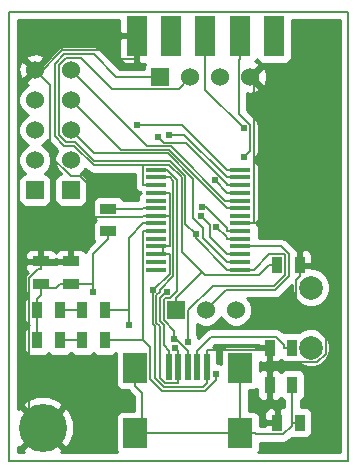
<source format=gtl>
G04 (created by PCBNEW (2013-07-07 BZR 4022)-stable) date 22/04/2014 18:46:14*
%MOIN*%
G04 Gerber Fmt 3.4, Leading zero omitted, Abs format*
%FSLAX34Y34*%
G01*
G70*
G90*
G04 APERTURE LIST*
%ADD10C,0.00590551*%
%ADD11R,0.0197X0.0906*%
%ADD12R,0.0787X0.0984*%
%ADD13R,0.0709X0.016*%
%ADD14R,0.035X0.055*%
%ADD15R,0.055X0.035*%
%ADD16C,0.0787402*%
%ADD17R,0.06X0.06*%
%ADD18C,0.06*%
%ADD19R,0.0669291X0.137795*%
%ADD20C,0.16*%
%ADD21C,0.024*%
%ADD22C,0.006*%
%ADD23C,0.01*%
G04 APERTURE END LIST*
G54D10*
X72755Y-45511D02*
X84055Y-45511D01*
X72755Y-60472D02*
X72755Y-45511D01*
X84055Y-60472D02*
X72755Y-60472D01*
X84055Y-45511D02*
X84055Y-60472D01*
G54D11*
X78070Y-57342D03*
X78385Y-57342D03*
X78700Y-57342D03*
X79015Y-57342D03*
X79330Y-57342D03*
G54D12*
X76948Y-57381D03*
X76948Y-59546D03*
X80452Y-57381D03*
X80452Y-59546D03*
G54D13*
X80457Y-54094D03*
X80457Y-53844D03*
X80457Y-53584D03*
X80457Y-53324D03*
X80457Y-53074D03*
X80457Y-52814D03*
X80457Y-52554D03*
X80457Y-52304D03*
X80457Y-52044D03*
X80457Y-51794D03*
X80457Y-51534D03*
X80457Y-51274D03*
X80457Y-51024D03*
X80457Y-50764D03*
X77657Y-50764D03*
X77657Y-51024D03*
X77657Y-51264D03*
X77657Y-51534D03*
X77657Y-51794D03*
X77657Y-52044D03*
X77657Y-52304D03*
X77657Y-52554D03*
X77657Y-52814D03*
X77657Y-53074D03*
X77657Y-53324D03*
X77657Y-53584D03*
X77657Y-53844D03*
X77657Y-54094D03*
G54D14*
X75932Y-55444D03*
X75182Y-55444D03*
G54D15*
X76057Y-52819D03*
X76057Y-52069D03*
G54D14*
X73682Y-55444D03*
X74432Y-55444D03*
X73682Y-56444D03*
X74432Y-56444D03*
X75932Y-56444D03*
X75182Y-56444D03*
X81682Y-59194D03*
X82432Y-59194D03*
X82182Y-57944D03*
X81432Y-57944D03*
X82182Y-56694D03*
X81432Y-56694D03*
X81682Y-53944D03*
X82432Y-53944D03*
G54D15*
X73807Y-54569D03*
X73807Y-53819D03*
X74807Y-54569D03*
X74807Y-53819D03*
G54D16*
X82807Y-54694D03*
X82807Y-56694D03*
G54D17*
X74807Y-51444D03*
G54D18*
X74807Y-50444D03*
X74807Y-49444D03*
X74807Y-48444D03*
X74807Y-47444D03*
G54D17*
X73607Y-51444D03*
G54D18*
X73607Y-50444D03*
X73607Y-49444D03*
X73607Y-48444D03*
X73607Y-47444D03*
G54D17*
X77791Y-47677D03*
G54D18*
X78791Y-47677D03*
X79791Y-47677D03*
X80791Y-47677D03*
G54D19*
X80433Y-46299D03*
X79291Y-46299D03*
X78149Y-46299D03*
X81574Y-46299D03*
X77007Y-46299D03*
G54D20*
X73858Y-59370D03*
G54D17*
X78307Y-55444D03*
G54D18*
X79307Y-55444D03*
X80307Y-55444D03*
G54D21*
X78083Y-49599D03*
X77001Y-49266D03*
X77704Y-49664D03*
X79604Y-51127D03*
X78250Y-56401D03*
X78290Y-56704D03*
X79160Y-52016D03*
X79147Y-52327D03*
X79657Y-52667D03*
X76725Y-55959D03*
X80568Y-50352D03*
X78960Y-52917D03*
X78721Y-56519D03*
X79638Y-57579D03*
X80568Y-49378D03*
X77534Y-54777D03*
X75557Y-54835D03*
X77999Y-54841D03*
G54D22*
X80457Y-51024D02*
X80012Y-51024D01*
X78586Y-49599D02*
X78083Y-49599D01*
X80012Y-51024D02*
X78586Y-49599D01*
X80457Y-50764D02*
X80012Y-50764D01*
X78513Y-49266D02*
X77001Y-49266D01*
X80012Y-50764D02*
X78513Y-49266D01*
X80457Y-51274D02*
X80012Y-51274D01*
X77906Y-49865D02*
X77704Y-49664D01*
X78641Y-49865D02*
X77906Y-49865D01*
X80012Y-51236D02*
X78641Y-49865D01*
X80012Y-51274D02*
X80012Y-51236D01*
X80457Y-51534D02*
X80012Y-51534D01*
X80012Y-51534D02*
X79604Y-51127D01*
X78700Y-57342D02*
X78700Y-56799D01*
X78302Y-56401D02*
X78700Y-56799D01*
X78250Y-56401D02*
X78302Y-56401D01*
X78250Y-56128D02*
X78250Y-56401D01*
X77896Y-55774D02*
X78250Y-56128D01*
X77896Y-55106D02*
X77896Y-55774D01*
X77950Y-55053D02*
X77896Y-55106D01*
X78111Y-55053D02*
X77950Y-55053D01*
X78343Y-54821D02*
X78111Y-55053D01*
X78343Y-51096D02*
X78343Y-54821D01*
X78011Y-50764D02*
X78343Y-51096D01*
X77657Y-50764D02*
X78011Y-50764D01*
X78385Y-57342D02*
X78385Y-57885D01*
X77657Y-51024D02*
X78101Y-51024D01*
X78385Y-57342D02*
X78385Y-56799D01*
X78290Y-56704D02*
X78385Y-56799D01*
X77933Y-57885D02*
X78385Y-57885D01*
X77772Y-57725D02*
X77933Y-57885D01*
X77772Y-55990D02*
X77772Y-57725D01*
X77656Y-55874D02*
X77772Y-55990D01*
X77656Y-54953D02*
X77656Y-55874D01*
X77772Y-54837D02*
X77656Y-54953D01*
X77772Y-54764D02*
X77772Y-54837D01*
X78223Y-54313D02*
X77772Y-54764D01*
X78223Y-51146D02*
X78223Y-54313D01*
X78101Y-51024D02*
X78223Y-51146D01*
X77348Y-49985D02*
X74807Y-47444D01*
X78139Y-49985D02*
X77348Y-49985D01*
X79948Y-51794D02*
X78139Y-49985D01*
X80457Y-51794D02*
X79948Y-51794D01*
X80457Y-52044D02*
X80012Y-52044D01*
X76468Y-50106D02*
X74807Y-48444D01*
X78089Y-50106D02*
X76468Y-50106D01*
X80012Y-52028D02*
X78089Y-50106D01*
X80012Y-52044D02*
X80012Y-52028D01*
X79216Y-53048D02*
X80012Y-53844D01*
X79216Y-52701D02*
X79216Y-53048D01*
X78878Y-52363D02*
X79216Y-52701D01*
X78878Y-51068D02*
X78878Y-52363D01*
X78036Y-50226D02*
X78878Y-51068D01*
X75588Y-50226D02*
X78036Y-50226D01*
X75588Y-50226D02*
X75588Y-50226D01*
X74807Y-49444D02*
X75588Y-50226D01*
X80457Y-53844D02*
X80012Y-53844D01*
X77657Y-51264D02*
X77212Y-51264D01*
X81682Y-53944D02*
X81416Y-53944D01*
X75559Y-50619D02*
X77212Y-50619D01*
X74904Y-49964D02*
X75559Y-50619D01*
X74585Y-49964D02*
X74904Y-49964D01*
X74281Y-49660D02*
X74585Y-49964D01*
X74281Y-47229D02*
X74281Y-49660D01*
X74584Y-46925D02*
X74281Y-47229D01*
X75558Y-46925D02*
X74584Y-46925D01*
X76309Y-47677D02*
X75558Y-46925D01*
X77791Y-47677D02*
X76309Y-47677D01*
X77212Y-50619D02*
X77212Y-51264D01*
X78307Y-55444D02*
X78307Y-55054D01*
X79169Y-54192D02*
X78307Y-55054D01*
X81074Y-54286D02*
X81416Y-53944D01*
X79264Y-54286D02*
X81074Y-54286D01*
X79169Y-54192D02*
X79264Y-54286D01*
X78495Y-53517D02*
X79169Y-54192D01*
X78495Y-51024D02*
X78495Y-53517D01*
X78065Y-50594D02*
X78495Y-51024D01*
X77236Y-50594D02*
X78065Y-50594D01*
X77212Y-50619D02*
X77236Y-50594D01*
X74432Y-55444D02*
X75182Y-55444D01*
X75182Y-56444D02*
X74432Y-56444D01*
X79485Y-56329D02*
X79015Y-56799D01*
X81651Y-56329D02*
X79485Y-56329D01*
X81916Y-56595D02*
X81651Y-56329D01*
X81916Y-56694D02*
X81916Y-56595D01*
X82182Y-56694D02*
X81916Y-56694D01*
X79015Y-57342D02*
X79015Y-56799D01*
X80694Y-59546D02*
X80936Y-59546D01*
X82182Y-57944D02*
X82182Y-59194D01*
X82432Y-59194D02*
X82182Y-59194D01*
X82182Y-59194D02*
X82166Y-59194D01*
X80694Y-59546D02*
X80573Y-59425D01*
X80452Y-59304D02*
X80452Y-57381D01*
X80573Y-59425D02*
X80452Y-59304D01*
X80573Y-59425D02*
X80452Y-59546D01*
X80452Y-59546D02*
X77432Y-59546D01*
X82166Y-59296D02*
X82166Y-59194D01*
X81882Y-59581D02*
X82166Y-59296D01*
X80971Y-59581D02*
X81882Y-59581D01*
X80936Y-59546D02*
X80971Y-59581D01*
X76948Y-59546D02*
X77190Y-59546D01*
X77190Y-59546D02*
X77432Y-59546D01*
X77190Y-58205D02*
X76948Y-57963D01*
X77190Y-59546D02*
X77190Y-58205D01*
X76948Y-57381D02*
X76948Y-57963D01*
X77657Y-52044D02*
X77212Y-52044D01*
X76057Y-52069D02*
X76422Y-52069D01*
X77187Y-52069D02*
X77212Y-52044D01*
X76422Y-52069D02*
X77187Y-52069D01*
X80457Y-52814D02*
X80012Y-52814D01*
X80012Y-52725D02*
X80012Y-52814D01*
X79303Y-52016D02*
X80012Y-52725D01*
X79160Y-52016D02*
X79303Y-52016D01*
X80457Y-53584D02*
X80012Y-53584D01*
X79438Y-52619D02*
X79147Y-52327D01*
X79438Y-53011D02*
X79438Y-52619D01*
X80012Y-53584D02*
X79438Y-53011D01*
X80012Y-53022D02*
X80012Y-53074D01*
X79657Y-52667D02*
X80012Y-53022D01*
X80457Y-53074D02*
X80012Y-53074D01*
X77657Y-52554D02*
X77212Y-52554D01*
X75932Y-55444D02*
X76725Y-55444D01*
X76725Y-53042D02*
X76725Y-55444D01*
X77212Y-52554D02*
X76725Y-53042D01*
X76725Y-55444D02*
X76725Y-55959D01*
X80433Y-46299D02*
X80433Y-47078D01*
X80781Y-50139D02*
X80568Y-50352D01*
X80781Y-49291D02*
X80781Y-50139D01*
X80397Y-48907D02*
X80781Y-49291D01*
X80397Y-47113D02*
X80397Y-48907D01*
X80433Y-47078D02*
X80397Y-47113D01*
X80457Y-54094D02*
X80901Y-54094D01*
X80457Y-54094D02*
X80012Y-54094D01*
X78960Y-53043D02*
X80012Y-54094D01*
X78960Y-52917D02*
X78960Y-53043D01*
X78721Y-55457D02*
X78721Y-56519D01*
X79546Y-54633D02*
X78721Y-55457D01*
X81590Y-54633D02*
X79546Y-54633D01*
X81947Y-54276D02*
X81590Y-54633D01*
X81947Y-53623D02*
X81947Y-54276D01*
X81903Y-53579D02*
X81947Y-53623D01*
X81416Y-53579D02*
X81903Y-53579D01*
X80901Y-54094D02*
X81416Y-53579D01*
X78618Y-52575D02*
X78960Y-52917D01*
X78618Y-50978D02*
X78618Y-52575D01*
X78106Y-50466D02*
X78618Y-50978D01*
X75576Y-50466D02*
X78106Y-50466D01*
X74948Y-49838D02*
X75576Y-50466D01*
X74633Y-49838D02*
X74948Y-49838D01*
X74408Y-49614D02*
X74633Y-49838D01*
X74408Y-47277D02*
X74408Y-49614D01*
X74638Y-47047D02*
X74408Y-47277D01*
X75145Y-47047D02*
X74638Y-47047D01*
X76165Y-48067D02*
X75145Y-47047D01*
X78401Y-48067D02*
X76165Y-48067D01*
X78791Y-47677D02*
X78401Y-48067D01*
X75932Y-56444D02*
X76197Y-56444D01*
X77657Y-52814D02*
X77212Y-52814D01*
X76197Y-56444D02*
X77212Y-56444D01*
X77212Y-52814D02*
X77212Y-56444D01*
X79638Y-57782D02*
X79638Y-57579D01*
X79281Y-58140D02*
X79638Y-57782D01*
X77830Y-58140D02*
X79281Y-58140D01*
X77439Y-57749D02*
X77830Y-58140D01*
X77439Y-56672D02*
X77439Y-57749D01*
X77212Y-56444D02*
X77439Y-56672D01*
X79291Y-48101D02*
X80568Y-49378D01*
X79291Y-46299D02*
X79291Y-48101D01*
X81682Y-59194D02*
X81682Y-58829D01*
X81432Y-57944D02*
X81432Y-57579D01*
X81432Y-58579D02*
X81682Y-58829D01*
X81432Y-57944D02*
X81432Y-58579D01*
X78101Y-51534D02*
X78101Y-52304D01*
X77657Y-51534D02*
X78101Y-51534D01*
X77657Y-52304D02*
X77212Y-52304D01*
X77657Y-52304D02*
X78071Y-52304D01*
X78071Y-52304D02*
X78101Y-52304D01*
X78101Y-52304D02*
X78101Y-53324D01*
X77879Y-53584D02*
X77879Y-53324D01*
X77657Y-53584D02*
X77879Y-53584D01*
X77879Y-53584D02*
X78101Y-53584D01*
X77657Y-53324D02*
X77879Y-53324D01*
X77879Y-53324D02*
X78101Y-53324D01*
X73707Y-54085D02*
X73807Y-54085D01*
X73416Y-54375D02*
X73707Y-54085D01*
X73416Y-58928D02*
X73416Y-54375D01*
X73858Y-59370D02*
X73416Y-58928D01*
X77007Y-46299D02*
X77007Y-47078D01*
X73736Y-47574D02*
X73607Y-47444D01*
X73807Y-53819D02*
X73807Y-53952D01*
X73807Y-53952D02*
X73807Y-54085D01*
X74309Y-53952D02*
X74441Y-53819D01*
X73807Y-53952D02*
X74309Y-53952D01*
X74807Y-53819D02*
X74441Y-53819D01*
X75433Y-52928D02*
X74807Y-53554D01*
X75433Y-52344D02*
X75433Y-52928D01*
X77172Y-52344D02*
X75433Y-52344D01*
X77212Y-52304D02*
X77172Y-52344D01*
X74113Y-47951D02*
X73736Y-47574D01*
X74113Y-50304D02*
X74113Y-47951D01*
X74796Y-50987D02*
X74113Y-50304D01*
X75094Y-50987D02*
X74796Y-50987D01*
X75433Y-51326D02*
X75094Y-50987D01*
X75433Y-52344D02*
X75433Y-51326D01*
X74807Y-53819D02*
X74807Y-53554D01*
X74524Y-46786D02*
X73736Y-47574D01*
X75833Y-46786D02*
X74524Y-46786D01*
X76015Y-46968D02*
X75833Y-46786D01*
X76127Y-46968D02*
X76015Y-46968D01*
X76237Y-47078D02*
X76127Y-46968D01*
X77007Y-47078D02*
X76237Y-47078D01*
X79330Y-57342D02*
X79330Y-57885D01*
X81432Y-56777D02*
X81432Y-57060D01*
X79353Y-56777D02*
X79330Y-56799D01*
X81432Y-56777D02*
X79353Y-56777D01*
X79330Y-57342D02*
X79330Y-56799D01*
X81432Y-56736D02*
X81432Y-56777D01*
X78101Y-54242D02*
X77550Y-54793D01*
X78101Y-53584D02*
X78101Y-54242D01*
X77550Y-54793D02*
X77534Y-54777D01*
X79197Y-58018D02*
X79330Y-57885D01*
X77895Y-58018D02*
X79197Y-58018D01*
X77595Y-57719D02*
X77895Y-58018D01*
X77595Y-55983D02*
X77595Y-57719D01*
X77536Y-55924D02*
X77595Y-55983D01*
X77536Y-54808D02*
X77536Y-55924D01*
X77550Y-54793D02*
X77536Y-54808D01*
X81432Y-56736D02*
X81432Y-56694D01*
X80901Y-47787D02*
X80901Y-52554D01*
X80791Y-47677D02*
X80901Y-47787D01*
X80457Y-52554D02*
X80901Y-52554D01*
X81407Y-52554D02*
X80901Y-52554D01*
X82432Y-53579D02*
X81407Y-52554D01*
X82432Y-53944D02*
X82432Y-53579D01*
X82432Y-53944D02*
X82432Y-54310D01*
X82309Y-54432D02*
X82432Y-54310D01*
X82309Y-55383D02*
X82309Y-54432D01*
X83302Y-56375D02*
X82309Y-55383D01*
X83302Y-56909D02*
X83302Y-56375D01*
X83021Y-57189D02*
X83302Y-56909D01*
X81432Y-57189D02*
X83021Y-57189D01*
X81432Y-57060D02*
X81432Y-57189D01*
X81432Y-57189D02*
X81432Y-57579D01*
X73682Y-56444D02*
X73682Y-55444D01*
X73807Y-54569D02*
X73807Y-54702D01*
X74309Y-54702D02*
X74441Y-54569D01*
X73807Y-54702D02*
X74309Y-54702D01*
X73807Y-54954D02*
X73682Y-55079D01*
X73807Y-54702D02*
X73807Y-54954D01*
X73682Y-55444D02*
X73682Y-55079D01*
X74624Y-54569D02*
X74441Y-54569D01*
X76057Y-52819D02*
X76057Y-53085D01*
X74624Y-54569D02*
X74807Y-54569D01*
X74807Y-54569D02*
X75557Y-54569D01*
X75557Y-53585D02*
X75557Y-54569D01*
X76057Y-53085D02*
X75557Y-53585D01*
X75557Y-54569D02*
X75557Y-54835D01*
X78070Y-57342D02*
X78070Y-56799D01*
X77896Y-56625D02*
X78070Y-56799D01*
X77896Y-55944D02*
X77896Y-56625D01*
X77776Y-55824D02*
X77896Y-55944D01*
X77776Y-55033D02*
X77776Y-55824D01*
X77968Y-54841D02*
X77776Y-55033D01*
X77999Y-54841D02*
X77968Y-54841D01*
X81818Y-53324D02*
X80457Y-53324D01*
X82067Y-53574D02*
X81818Y-53324D01*
X82067Y-54325D02*
X82067Y-53574D01*
X81622Y-54770D02*
X82067Y-54325D01*
X79981Y-54770D02*
X81622Y-54770D01*
X79307Y-55444D02*
X79981Y-54770D01*
G54D10*
G36*
X77278Y-47238D02*
X77241Y-47327D01*
X77241Y-47397D01*
X76957Y-47397D01*
X76957Y-47175D01*
X76957Y-46349D01*
X76485Y-46349D01*
X76423Y-46411D01*
X76423Y-46938D01*
X76423Y-47038D01*
X76461Y-47129D01*
X76531Y-47200D01*
X76623Y-47238D01*
X76895Y-47238D01*
X76957Y-47175D01*
X76957Y-47397D01*
X76425Y-47397D01*
X75756Y-46727D01*
X75665Y-46667D01*
X75558Y-46645D01*
X74584Y-46645D01*
X74477Y-46667D01*
X74447Y-46687D01*
X74386Y-46727D01*
X74083Y-47031D01*
X74022Y-47122D01*
X74019Y-47137D01*
X73992Y-47129D01*
X73922Y-47200D01*
X73922Y-47058D01*
X73894Y-46963D01*
X73688Y-46890D01*
X73470Y-46901D01*
X73319Y-46963D01*
X73291Y-47058D01*
X73607Y-47374D01*
X73922Y-47058D01*
X73922Y-47200D01*
X73677Y-47444D01*
X73683Y-47450D01*
X73612Y-47521D01*
X73607Y-47515D01*
X73536Y-47586D01*
X73536Y-47444D01*
X73221Y-47129D01*
X73125Y-47157D01*
X73052Y-47363D01*
X73063Y-47581D01*
X73125Y-47732D01*
X73221Y-47760D01*
X73536Y-47444D01*
X73536Y-47586D01*
X73291Y-47830D01*
X73319Y-47926D01*
X73374Y-47945D01*
X73295Y-47978D01*
X73141Y-48132D01*
X73057Y-48335D01*
X73056Y-48553D01*
X73140Y-48756D01*
X73295Y-48910D01*
X73376Y-48944D01*
X73295Y-48978D01*
X73141Y-49132D01*
X73057Y-49335D01*
X73056Y-49553D01*
X73140Y-49756D01*
X73295Y-49910D01*
X73376Y-49944D01*
X73295Y-49978D01*
X73141Y-50132D01*
X73057Y-50335D01*
X73056Y-50553D01*
X73140Y-50756D01*
X73279Y-50894D01*
X73257Y-50894D01*
X73165Y-50932D01*
X73095Y-51003D01*
X73057Y-51094D01*
X73057Y-51194D01*
X73057Y-51794D01*
X73095Y-51886D01*
X73165Y-51956D01*
X73257Y-51994D01*
X73356Y-51994D01*
X73956Y-51994D01*
X74048Y-51956D01*
X74118Y-51886D01*
X74157Y-51794D01*
X74157Y-51695D01*
X74157Y-51095D01*
X74119Y-51003D01*
X74048Y-50933D01*
X73957Y-50894D01*
X73934Y-50894D01*
X74073Y-50756D01*
X74156Y-50554D01*
X74157Y-50335D01*
X74073Y-50133D01*
X73919Y-49978D01*
X73837Y-49944D01*
X73918Y-49911D01*
X74038Y-49791D01*
X74083Y-49858D01*
X74349Y-50124D01*
X74341Y-50132D01*
X74257Y-50335D01*
X74256Y-50553D01*
X74340Y-50756D01*
X74479Y-50894D01*
X74457Y-50894D01*
X74365Y-50932D01*
X74295Y-51003D01*
X74257Y-51094D01*
X74257Y-51194D01*
X74257Y-51794D01*
X74295Y-51886D01*
X74365Y-51956D01*
X74457Y-51994D01*
X74556Y-51994D01*
X75156Y-51994D01*
X75248Y-51956D01*
X75318Y-51886D01*
X75357Y-51794D01*
X75357Y-51695D01*
X75357Y-51095D01*
X75319Y-51003D01*
X75248Y-50933D01*
X75157Y-50894D01*
X75134Y-50894D01*
X75273Y-50756D01*
X75281Y-50737D01*
X75361Y-50817D01*
X75361Y-50817D01*
X75422Y-50857D01*
X75452Y-50877D01*
X75452Y-50877D01*
X75559Y-50899D01*
X76932Y-50899D01*
X76932Y-51264D01*
X76953Y-51372D01*
X77014Y-51462D01*
X77105Y-51523D01*
X77133Y-51529D01*
X77134Y-51529D01*
X77090Y-51573D01*
X77072Y-51617D01*
X77052Y-51637D01*
X77052Y-51664D01*
X77052Y-51664D01*
X77052Y-51664D01*
X77052Y-51764D01*
X77052Y-51789D01*
X76559Y-51789D01*
X76544Y-51753D01*
X76473Y-51683D01*
X76382Y-51644D01*
X76282Y-51644D01*
X75732Y-51644D01*
X75640Y-51682D01*
X75570Y-51753D01*
X75532Y-51844D01*
X75532Y-51944D01*
X75532Y-52294D01*
X75570Y-52386D01*
X75628Y-52444D01*
X75570Y-52503D01*
X75532Y-52594D01*
X75532Y-52694D01*
X75532Y-53044D01*
X75570Y-53136D01*
X75589Y-53156D01*
X75359Y-53387D01*
X75298Y-53477D01*
X75293Y-53502D01*
X75223Y-53433D01*
X75132Y-53394D01*
X75032Y-53394D01*
X74919Y-53394D01*
X74857Y-53457D01*
X74857Y-53769D01*
X74864Y-53769D01*
X74864Y-53869D01*
X74857Y-53869D01*
X74857Y-53877D01*
X74757Y-53877D01*
X74757Y-53869D01*
X74757Y-53769D01*
X74757Y-53457D01*
X74694Y-53394D01*
X74581Y-53394D01*
X74482Y-53394D01*
X74390Y-53433D01*
X74320Y-53503D01*
X74307Y-53534D01*
X74294Y-53503D01*
X74223Y-53433D01*
X74132Y-53394D01*
X74032Y-53394D01*
X73919Y-53394D01*
X73857Y-53457D01*
X73857Y-53769D01*
X74269Y-53769D01*
X74307Y-53732D01*
X74344Y-53769D01*
X74757Y-53769D01*
X74757Y-53869D01*
X74344Y-53869D01*
X74307Y-53907D01*
X74269Y-53869D01*
X73857Y-53869D01*
X73857Y-53877D01*
X73757Y-53877D01*
X73757Y-53869D01*
X73757Y-53769D01*
X73757Y-53457D01*
X73694Y-53394D01*
X73581Y-53394D01*
X73482Y-53394D01*
X73390Y-53433D01*
X73320Y-53503D01*
X73282Y-53595D01*
X73282Y-53707D01*
X73344Y-53769D01*
X73757Y-53769D01*
X73757Y-53869D01*
X73344Y-53869D01*
X73282Y-53932D01*
X73282Y-54044D01*
X73320Y-54136D01*
X73378Y-54194D01*
X73320Y-54253D01*
X73282Y-54344D01*
X73282Y-54444D01*
X73282Y-54794D01*
X73320Y-54886D01*
X73383Y-54950D01*
X73365Y-54957D01*
X73295Y-55028D01*
X73257Y-55119D01*
X73257Y-55219D01*
X73257Y-55769D01*
X73295Y-55861D01*
X73365Y-55931D01*
X73397Y-55944D01*
X73365Y-55957D01*
X73295Y-56028D01*
X73257Y-56119D01*
X73257Y-56219D01*
X73257Y-56769D01*
X73295Y-56861D01*
X73365Y-56931D01*
X73457Y-56969D01*
X73556Y-56969D01*
X73906Y-56969D01*
X73998Y-56931D01*
X74057Y-56873D01*
X74115Y-56931D01*
X74207Y-56969D01*
X74306Y-56969D01*
X74656Y-56969D01*
X74748Y-56931D01*
X74807Y-56873D01*
X74865Y-56931D01*
X74957Y-56969D01*
X75056Y-56969D01*
X75406Y-56969D01*
X75498Y-56931D01*
X75557Y-56873D01*
X75615Y-56931D01*
X75707Y-56969D01*
X75806Y-56969D01*
X76156Y-56969D01*
X76248Y-56931D01*
X76305Y-56875D01*
X76305Y-56939D01*
X76305Y-57923D01*
X76343Y-58015D01*
X76413Y-58085D01*
X76505Y-58123D01*
X76604Y-58123D01*
X76725Y-58123D01*
X76725Y-58123D01*
X76750Y-58161D01*
X76910Y-58321D01*
X76910Y-58804D01*
X76505Y-58804D01*
X76413Y-58842D01*
X76343Y-58912D01*
X76305Y-59004D01*
X76305Y-59104D01*
X76305Y-60088D01*
X76343Y-60180D01*
X76355Y-60192D01*
X74909Y-60192D01*
X74909Y-59571D01*
X74906Y-59153D01*
X74752Y-58781D01*
X74605Y-58693D01*
X74534Y-58764D01*
X74534Y-58622D01*
X74446Y-58475D01*
X74059Y-58318D01*
X73641Y-58321D01*
X73270Y-58475D01*
X73181Y-58622D01*
X73858Y-59299D01*
X74534Y-58622D01*
X74534Y-58764D01*
X73928Y-59370D01*
X74605Y-60046D01*
X74752Y-59958D01*
X74909Y-59571D01*
X74909Y-60192D01*
X74489Y-60192D01*
X74534Y-60117D01*
X73858Y-59440D01*
X73181Y-60117D01*
X73227Y-60192D01*
X73035Y-60192D01*
X73035Y-60001D01*
X73110Y-60046D01*
X73787Y-59370D01*
X73110Y-58693D01*
X73035Y-58738D01*
X73035Y-45791D01*
X76423Y-45791D01*
X76423Y-46186D01*
X76485Y-46249D01*
X76957Y-46249D01*
X76957Y-46241D01*
X77057Y-46241D01*
X77057Y-46249D01*
X77065Y-46249D01*
X77065Y-46349D01*
X77057Y-46349D01*
X77057Y-47175D01*
X77120Y-47238D01*
X77278Y-47238D01*
X77278Y-47238D01*
G37*
G54D23*
X77278Y-47238D02*
X77241Y-47327D01*
X77241Y-47397D01*
X76957Y-47397D01*
X76957Y-47175D01*
X76957Y-46349D01*
X76485Y-46349D01*
X76423Y-46411D01*
X76423Y-46938D01*
X76423Y-47038D01*
X76461Y-47129D01*
X76531Y-47200D01*
X76623Y-47238D01*
X76895Y-47238D01*
X76957Y-47175D01*
X76957Y-47397D01*
X76425Y-47397D01*
X75756Y-46727D01*
X75665Y-46667D01*
X75558Y-46645D01*
X74584Y-46645D01*
X74477Y-46667D01*
X74447Y-46687D01*
X74386Y-46727D01*
X74083Y-47031D01*
X74022Y-47122D01*
X74019Y-47137D01*
X73992Y-47129D01*
X73922Y-47200D01*
X73922Y-47058D01*
X73894Y-46963D01*
X73688Y-46890D01*
X73470Y-46901D01*
X73319Y-46963D01*
X73291Y-47058D01*
X73607Y-47374D01*
X73922Y-47058D01*
X73922Y-47200D01*
X73677Y-47444D01*
X73683Y-47450D01*
X73612Y-47521D01*
X73607Y-47515D01*
X73536Y-47586D01*
X73536Y-47444D01*
X73221Y-47129D01*
X73125Y-47157D01*
X73052Y-47363D01*
X73063Y-47581D01*
X73125Y-47732D01*
X73221Y-47760D01*
X73536Y-47444D01*
X73536Y-47586D01*
X73291Y-47830D01*
X73319Y-47926D01*
X73374Y-47945D01*
X73295Y-47978D01*
X73141Y-48132D01*
X73057Y-48335D01*
X73056Y-48553D01*
X73140Y-48756D01*
X73295Y-48910D01*
X73376Y-48944D01*
X73295Y-48978D01*
X73141Y-49132D01*
X73057Y-49335D01*
X73056Y-49553D01*
X73140Y-49756D01*
X73295Y-49910D01*
X73376Y-49944D01*
X73295Y-49978D01*
X73141Y-50132D01*
X73057Y-50335D01*
X73056Y-50553D01*
X73140Y-50756D01*
X73279Y-50894D01*
X73257Y-50894D01*
X73165Y-50932D01*
X73095Y-51003D01*
X73057Y-51094D01*
X73057Y-51194D01*
X73057Y-51794D01*
X73095Y-51886D01*
X73165Y-51956D01*
X73257Y-51994D01*
X73356Y-51994D01*
X73956Y-51994D01*
X74048Y-51956D01*
X74118Y-51886D01*
X74157Y-51794D01*
X74157Y-51695D01*
X74157Y-51095D01*
X74119Y-51003D01*
X74048Y-50933D01*
X73957Y-50894D01*
X73934Y-50894D01*
X74073Y-50756D01*
X74156Y-50554D01*
X74157Y-50335D01*
X74073Y-50133D01*
X73919Y-49978D01*
X73837Y-49944D01*
X73918Y-49911D01*
X74038Y-49791D01*
X74083Y-49858D01*
X74349Y-50124D01*
X74341Y-50132D01*
X74257Y-50335D01*
X74256Y-50553D01*
X74340Y-50756D01*
X74479Y-50894D01*
X74457Y-50894D01*
X74365Y-50932D01*
X74295Y-51003D01*
X74257Y-51094D01*
X74257Y-51194D01*
X74257Y-51794D01*
X74295Y-51886D01*
X74365Y-51956D01*
X74457Y-51994D01*
X74556Y-51994D01*
X75156Y-51994D01*
X75248Y-51956D01*
X75318Y-51886D01*
X75357Y-51794D01*
X75357Y-51695D01*
X75357Y-51095D01*
X75319Y-51003D01*
X75248Y-50933D01*
X75157Y-50894D01*
X75134Y-50894D01*
X75273Y-50756D01*
X75281Y-50737D01*
X75361Y-50817D01*
X75361Y-50817D01*
X75422Y-50857D01*
X75452Y-50877D01*
X75452Y-50877D01*
X75559Y-50899D01*
X76932Y-50899D01*
X76932Y-51264D01*
X76953Y-51372D01*
X77014Y-51462D01*
X77105Y-51523D01*
X77133Y-51529D01*
X77134Y-51529D01*
X77090Y-51573D01*
X77072Y-51617D01*
X77052Y-51637D01*
X77052Y-51664D01*
X77052Y-51664D01*
X77052Y-51664D01*
X77052Y-51764D01*
X77052Y-51789D01*
X76559Y-51789D01*
X76544Y-51753D01*
X76473Y-51683D01*
X76382Y-51644D01*
X76282Y-51644D01*
X75732Y-51644D01*
X75640Y-51682D01*
X75570Y-51753D01*
X75532Y-51844D01*
X75532Y-51944D01*
X75532Y-52294D01*
X75570Y-52386D01*
X75628Y-52444D01*
X75570Y-52503D01*
X75532Y-52594D01*
X75532Y-52694D01*
X75532Y-53044D01*
X75570Y-53136D01*
X75589Y-53156D01*
X75359Y-53387D01*
X75298Y-53477D01*
X75293Y-53502D01*
X75223Y-53433D01*
X75132Y-53394D01*
X75032Y-53394D01*
X74919Y-53394D01*
X74857Y-53457D01*
X74857Y-53769D01*
X74864Y-53769D01*
X74864Y-53869D01*
X74857Y-53869D01*
X74857Y-53877D01*
X74757Y-53877D01*
X74757Y-53869D01*
X74757Y-53769D01*
X74757Y-53457D01*
X74694Y-53394D01*
X74581Y-53394D01*
X74482Y-53394D01*
X74390Y-53433D01*
X74320Y-53503D01*
X74307Y-53534D01*
X74294Y-53503D01*
X74223Y-53433D01*
X74132Y-53394D01*
X74032Y-53394D01*
X73919Y-53394D01*
X73857Y-53457D01*
X73857Y-53769D01*
X74269Y-53769D01*
X74307Y-53732D01*
X74344Y-53769D01*
X74757Y-53769D01*
X74757Y-53869D01*
X74344Y-53869D01*
X74307Y-53907D01*
X74269Y-53869D01*
X73857Y-53869D01*
X73857Y-53877D01*
X73757Y-53877D01*
X73757Y-53869D01*
X73757Y-53769D01*
X73757Y-53457D01*
X73694Y-53394D01*
X73581Y-53394D01*
X73482Y-53394D01*
X73390Y-53433D01*
X73320Y-53503D01*
X73282Y-53595D01*
X73282Y-53707D01*
X73344Y-53769D01*
X73757Y-53769D01*
X73757Y-53869D01*
X73344Y-53869D01*
X73282Y-53932D01*
X73282Y-54044D01*
X73320Y-54136D01*
X73378Y-54194D01*
X73320Y-54253D01*
X73282Y-54344D01*
X73282Y-54444D01*
X73282Y-54794D01*
X73320Y-54886D01*
X73383Y-54950D01*
X73365Y-54957D01*
X73295Y-55028D01*
X73257Y-55119D01*
X73257Y-55219D01*
X73257Y-55769D01*
X73295Y-55861D01*
X73365Y-55931D01*
X73397Y-55944D01*
X73365Y-55957D01*
X73295Y-56028D01*
X73257Y-56119D01*
X73257Y-56219D01*
X73257Y-56769D01*
X73295Y-56861D01*
X73365Y-56931D01*
X73457Y-56969D01*
X73556Y-56969D01*
X73906Y-56969D01*
X73998Y-56931D01*
X74057Y-56873D01*
X74115Y-56931D01*
X74207Y-56969D01*
X74306Y-56969D01*
X74656Y-56969D01*
X74748Y-56931D01*
X74807Y-56873D01*
X74865Y-56931D01*
X74957Y-56969D01*
X75056Y-56969D01*
X75406Y-56969D01*
X75498Y-56931D01*
X75557Y-56873D01*
X75615Y-56931D01*
X75707Y-56969D01*
X75806Y-56969D01*
X76156Y-56969D01*
X76248Y-56931D01*
X76305Y-56875D01*
X76305Y-56939D01*
X76305Y-57923D01*
X76343Y-58015D01*
X76413Y-58085D01*
X76505Y-58123D01*
X76604Y-58123D01*
X76725Y-58123D01*
X76725Y-58123D01*
X76750Y-58161D01*
X76910Y-58321D01*
X76910Y-58804D01*
X76505Y-58804D01*
X76413Y-58842D01*
X76343Y-58912D01*
X76305Y-59004D01*
X76305Y-59104D01*
X76305Y-60088D01*
X76343Y-60180D01*
X76355Y-60192D01*
X74909Y-60192D01*
X74909Y-59571D01*
X74906Y-59153D01*
X74752Y-58781D01*
X74605Y-58693D01*
X74534Y-58764D01*
X74534Y-58622D01*
X74446Y-58475D01*
X74059Y-58318D01*
X73641Y-58321D01*
X73270Y-58475D01*
X73181Y-58622D01*
X73858Y-59299D01*
X74534Y-58622D01*
X74534Y-58764D01*
X73928Y-59370D01*
X74605Y-60046D01*
X74752Y-59958D01*
X74909Y-59571D01*
X74909Y-60192D01*
X74489Y-60192D01*
X74534Y-60117D01*
X73858Y-59440D01*
X73181Y-60117D01*
X73227Y-60192D01*
X73035Y-60192D01*
X73035Y-60001D01*
X73110Y-60046D01*
X73787Y-59370D01*
X73110Y-58693D01*
X73035Y-58738D01*
X73035Y-45791D01*
X76423Y-45791D01*
X76423Y-46186D01*
X76485Y-46249D01*
X76957Y-46249D01*
X76957Y-46241D01*
X77057Y-46241D01*
X77057Y-46249D01*
X77065Y-46249D01*
X77065Y-46349D01*
X77057Y-46349D01*
X77057Y-47175D01*
X77120Y-47238D01*
X77278Y-47238D01*
G54D10*
G36*
X83775Y-60192D02*
X81045Y-60192D01*
X81058Y-60180D01*
X81096Y-60088D01*
X81096Y-59989D01*
X81096Y-59861D01*
X81882Y-59861D01*
X81989Y-59840D01*
X81989Y-59840D01*
X82080Y-59779D01*
X82159Y-59700D01*
X82207Y-59719D01*
X82306Y-59719D01*
X82656Y-59719D01*
X82748Y-59681D01*
X82818Y-59611D01*
X82857Y-59519D01*
X82857Y-59420D01*
X82857Y-58870D01*
X82819Y-58778D01*
X82748Y-58708D01*
X82657Y-58669D01*
X82557Y-58669D01*
X82462Y-58669D01*
X82462Y-58446D01*
X82498Y-58431D01*
X82568Y-58361D01*
X82607Y-58269D01*
X82607Y-58170D01*
X82607Y-57620D01*
X82569Y-57528D01*
X82498Y-57458D01*
X82407Y-57419D01*
X82307Y-57419D01*
X81957Y-57419D01*
X81865Y-57457D01*
X81807Y-57516D01*
X81748Y-57457D01*
X81656Y-57419D01*
X81544Y-57419D01*
X81482Y-57482D01*
X81482Y-57894D01*
X81489Y-57894D01*
X81489Y-57994D01*
X81482Y-57994D01*
X81482Y-58407D01*
X81544Y-58469D01*
X81656Y-58469D01*
X81748Y-58431D01*
X81807Y-58373D01*
X81865Y-58431D01*
X81902Y-58446D01*
X81902Y-58669D01*
X81794Y-58669D01*
X81732Y-58732D01*
X81732Y-59144D01*
X81739Y-59144D01*
X81739Y-59244D01*
X81732Y-59244D01*
X81732Y-59252D01*
X81632Y-59252D01*
X81632Y-59244D01*
X81632Y-59144D01*
X81632Y-58732D01*
X81569Y-58669D01*
X81457Y-58669D01*
X81365Y-58707D01*
X81295Y-58778D01*
X81257Y-58869D01*
X81257Y-58969D01*
X81257Y-59082D01*
X81319Y-59144D01*
X81632Y-59144D01*
X81632Y-59244D01*
X81319Y-59244D01*
X81262Y-59301D01*
X81096Y-59301D01*
X81096Y-59005D01*
X81058Y-58913D01*
X80988Y-58842D01*
X80896Y-58804D01*
X80796Y-58804D01*
X80732Y-58804D01*
X80732Y-58123D01*
X80895Y-58123D01*
X80987Y-58085D01*
X81007Y-58066D01*
X81007Y-58170D01*
X81007Y-58269D01*
X81045Y-58361D01*
X81115Y-58431D01*
X81207Y-58469D01*
X81319Y-58469D01*
X81382Y-58407D01*
X81382Y-57994D01*
X81374Y-57994D01*
X81374Y-57894D01*
X81382Y-57894D01*
X81382Y-57482D01*
X81319Y-57419D01*
X81207Y-57419D01*
X81115Y-57457D01*
X81096Y-57477D01*
X81096Y-57162D01*
X81115Y-57181D01*
X81207Y-57219D01*
X81319Y-57219D01*
X81382Y-57157D01*
X81382Y-56744D01*
X81069Y-56744D01*
X81060Y-56753D01*
X81058Y-56748D01*
X80988Y-56677D01*
X80896Y-56639D01*
X80796Y-56639D01*
X80009Y-56639D01*
X79917Y-56677D01*
X79847Y-56747D01*
X79809Y-56839D01*
X79809Y-56939D01*
X79809Y-57250D01*
X79712Y-57210D01*
X79679Y-57209D01*
X79679Y-56840D01*
X79641Y-56748D01*
X79571Y-56677D01*
X79544Y-56666D01*
X79601Y-56609D01*
X81034Y-56609D01*
X81069Y-56644D01*
X81382Y-56644D01*
X81382Y-56637D01*
X81482Y-56637D01*
X81482Y-56644D01*
X81489Y-56644D01*
X81489Y-56744D01*
X81482Y-56744D01*
X81482Y-57157D01*
X81544Y-57219D01*
X81656Y-57219D01*
X81748Y-57181D01*
X81807Y-57123D01*
X81865Y-57181D01*
X81957Y-57219D01*
X82056Y-57219D01*
X82406Y-57219D01*
X82417Y-57215D01*
X82441Y-57240D01*
X82678Y-57338D01*
X82934Y-57338D01*
X83171Y-57240D01*
X83352Y-57059D01*
X83450Y-56823D01*
X83450Y-56567D01*
X83353Y-56330D01*
X83172Y-56149D01*
X82935Y-56051D01*
X82679Y-56051D01*
X82442Y-56148D01*
X82417Y-56174D01*
X82407Y-56169D01*
X82307Y-56169D01*
X81957Y-56169D01*
X81907Y-56190D01*
X81849Y-56131D01*
X81758Y-56071D01*
X81651Y-56049D01*
X79485Y-56049D01*
X79378Y-56071D01*
X79348Y-56091D01*
X79287Y-56131D01*
X79057Y-56362D01*
X79035Y-56309D01*
X79001Y-56276D01*
X79001Y-55913D01*
X79197Y-55994D01*
X79416Y-55994D01*
X79618Y-55911D01*
X79773Y-55756D01*
X79807Y-55674D01*
X79840Y-55756D01*
X79995Y-55910D01*
X80197Y-55994D01*
X80416Y-55994D01*
X80618Y-55911D01*
X80773Y-55756D01*
X80856Y-55554D01*
X80857Y-55335D01*
X80773Y-55133D01*
X80690Y-55050D01*
X81622Y-55050D01*
X81729Y-55029D01*
X81729Y-55029D01*
X81820Y-54968D01*
X82163Y-54625D01*
X82163Y-54822D01*
X82261Y-55059D01*
X82441Y-55240D01*
X82678Y-55338D01*
X82934Y-55338D01*
X83171Y-55240D01*
X83352Y-55059D01*
X83450Y-54823D01*
X83450Y-54567D01*
X83353Y-54330D01*
X83172Y-54149D01*
X82935Y-54051D01*
X82857Y-54051D01*
X82857Y-53719D01*
X82857Y-53619D01*
X82818Y-53528D01*
X82748Y-53457D01*
X82656Y-53419D01*
X82544Y-53419D01*
X82482Y-53482D01*
X82482Y-53894D01*
X82794Y-53894D01*
X82857Y-53832D01*
X82857Y-53719D01*
X82857Y-54051D01*
X82850Y-54051D01*
X82794Y-53994D01*
X82482Y-53994D01*
X82482Y-54002D01*
X82382Y-54002D01*
X82382Y-53994D01*
X82374Y-53994D01*
X82374Y-53894D01*
X82382Y-53894D01*
X82382Y-53482D01*
X82319Y-53419D01*
X82294Y-53419D01*
X82265Y-53376D01*
X82016Y-53126D01*
X81925Y-53066D01*
X81818Y-53044D01*
X81346Y-53044D01*
X81346Y-47758D01*
X81335Y-47540D01*
X81272Y-47389D01*
X81177Y-47361D01*
X80862Y-47677D01*
X81177Y-47992D01*
X81272Y-47965D01*
X81346Y-47758D01*
X81346Y-53044D01*
X81061Y-53044D01*
X81061Y-52945D01*
X81061Y-52944D01*
X81061Y-52944D01*
X81061Y-52845D01*
X81061Y-52685D01*
X81061Y-52684D01*
X81061Y-52684D01*
X81061Y-52657D01*
X81041Y-52637D01*
X81023Y-52593D01*
X80990Y-52559D01*
X81023Y-52526D01*
X81049Y-52464D01*
X81061Y-52452D01*
X81061Y-52425D01*
X81061Y-52425D01*
X81061Y-52335D01*
X81061Y-52175D01*
X81061Y-52174D01*
X81061Y-52174D01*
X81061Y-52075D01*
X81061Y-51915D01*
X81061Y-51915D01*
X81061Y-51825D01*
X81061Y-51665D01*
X81061Y-51664D01*
X81061Y-51664D01*
X81061Y-51565D01*
X81061Y-51405D01*
X81061Y-51404D01*
X81061Y-51404D01*
X81061Y-51305D01*
X81061Y-51145D01*
X81061Y-51145D01*
X81061Y-51055D01*
X81061Y-50895D01*
X81061Y-50894D01*
X81061Y-50894D01*
X81061Y-50795D01*
X81061Y-50635D01*
X81023Y-50543D01*
X80953Y-50473D01*
X80923Y-50460D01*
X80938Y-50426D01*
X80938Y-50378D01*
X80979Y-50337D01*
X81040Y-50246D01*
X81040Y-50246D01*
X81043Y-50228D01*
X81061Y-50139D01*
X81061Y-50139D01*
X81061Y-49291D01*
X81043Y-49201D01*
X81040Y-49184D01*
X81040Y-49184D01*
X80979Y-49093D01*
X80979Y-49093D01*
X80677Y-48791D01*
X80677Y-48220D01*
X80709Y-48231D01*
X80928Y-48221D01*
X81079Y-48158D01*
X81106Y-48063D01*
X80791Y-47747D01*
X80785Y-47753D01*
X80715Y-47682D01*
X80720Y-47677D01*
X80715Y-47671D01*
X80785Y-47600D01*
X80791Y-47606D01*
X81106Y-47291D01*
X81079Y-47195D01*
X80957Y-47152D01*
X80979Y-47129D01*
X81003Y-47071D01*
X81028Y-47129D01*
X81098Y-47200D01*
X81190Y-47238D01*
X81289Y-47238D01*
X81958Y-47238D01*
X82050Y-47200D01*
X82121Y-47129D01*
X82159Y-47038D01*
X82159Y-46938D01*
X82159Y-45791D01*
X83775Y-45791D01*
X83775Y-60192D01*
X83775Y-60192D01*
G37*
G54D23*
X83775Y-60192D02*
X81045Y-60192D01*
X81058Y-60180D01*
X81096Y-60088D01*
X81096Y-59989D01*
X81096Y-59861D01*
X81882Y-59861D01*
X81989Y-59840D01*
X81989Y-59840D01*
X82080Y-59779D01*
X82159Y-59700D01*
X82207Y-59719D01*
X82306Y-59719D01*
X82656Y-59719D01*
X82748Y-59681D01*
X82818Y-59611D01*
X82857Y-59519D01*
X82857Y-59420D01*
X82857Y-58870D01*
X82819Y-58778D01*
X82748Y-58708D01*
X82657Y-58669D01*
X82557Y-58669D01*
X82462Y-58669D01*
X82462Y-58446D01*
X82498Y-58431D01*
X82568Y-58361D01*
X82607Y-58269D01*
X82607Y-58170D01*
X82607Y-57620D01*
X82569Y-57528D01*
X82498Y-57458D01*
X82407Y-57419D01*
X82307Y-57419D01*
X81957Y-57419D01*
X81865Y-57457D01*
X81807Y-57516D01*
X81748Y-57457D01*
X81656Y-57419D01*
X81544Y-57419D01*
X81482Y-57482D01*
X81482Y-57894D01*
X81489Y-57894D01*
X81489Y-57994D01*
X81482Y-57994D01*
X81482Y-58407D01*
X81544Y-58469D01*
X81656Y-58469D01*
X81748Y-58431D01*
X81807Y-58373D01*
X81865Y-58431D01*
X81902Y-58446D01*
X81902Y-58669D01*
X81794Y-58669D01*
X81732Y-58732D01*
X81732Y-59144D01*
X81739Y-59144D01*
X81739Y-59244D01*
X81732Y-59244D01*
X81732Y-59252D01*
X81632Y-59252D01*
X81632Y-59244D01*
X81632Y-59144D01*
X81632Y-58732D01*
X81569Y-58669D01*
X81457Y-58669D01*
X81365Y-58707D01*
X81295Y-58778D01*
X81257Y-58869D01*
X81257Y-58969D01*
X81257Y-59082D01*
X81319Y-59144D01*
X81632Y-59144D01*
X81632Y-59244D01*
X81319Y-59244D01*
X81262Y-59301D01*
X81096Y-59301D01*
X81096Y-59005D01*
X81058Y-58913D01*
X80988Y-58842D01*
X80896Y-58804D01*
X80796Y-58804D01*
X80732Y-58804D01*
X80732Y-58123D01*
X80895Y-58123D01*
X80987Y-58085D01*
X81007Y-58066D01*
X81007Y-58170D01*
X81007Y-58269D01*
X81045Y-58361D01*
X81115Y-58431D01*
X81207Y-58469D01*
X81319Y-58469D01*
X81382Y-58407D01*
X81382Y-57994D01*
X81374Y-57994D01*
X81374Y-57894D01*
X81382Y-57894D01*
X81382Y-57482D01*
X81319Y-57419D01*
X81207Y-57419D01*
X81115Y-57457D01*
X81096Y-57477D01*
X81096Y-57162D01*
X81115Y-57181D01*
X81207Y-57219D01*
X81319Y-57219D01*
X81382Y-57157D01*
X81382Y-56744D01*
X81069Y-56744D01*
X81060Y-56753D01*
X81058Y-56748D01*
X80988Y-56677D01*
X80896Y-56639D01*
X80796Y-56639D01*
X80009Y-56639D01*
X79917Y-56677D01*
X79847Y-56747D01*
X79809Y-56839D01*
X79809Y-56939D01*
X79809Y-57250D01*
X79712Y-57210D01*
X79679Y-57209D01*
X79679Y-56840D01*
X79641Y-56748D01*
X79571Y-56677D01*
X79544Y-56666D01*
X79601Y-56609D01*
X81034Y-56609D01*
X81069Y-56644D01*
X81382Y-56644D01*
X81382Y-56637D01*
X81482Y-56637D01*
X81482Y-56644D01*
X81489Y-56644D01*
X81489Y-56744D01*
X81482Y-56744D01*
X81482Y-57157D01*
X81544Y-57219D01*
X81656Y-57219D01*
X81748Y-57181D01*
X81807Y-57123D01*
X81865Y-57181D01*
X81957Y-57219D01*
X82056Y-57219D01*
X82406Y-57219D01*
X82417Y-57215D01*
X82441Y-57240D01*
X82678Y-57338D01*
X82934Y-57338D01*
X83171Y-57240D01*
X83352Y-57059D01*
X83450Y-56823D01*
X83450Y-56567D01*
X83353Y-56330D01*
X83172Y-56149D01*
X82935Y-56051D01*
X82679Y-56051D01*
X82442Y-56148D01*
X82417Y-56174D01*
X82407Y-56169D01*
X82307Y-56169D01*
X81957Y-56169D01*
X81907Y-56190D01*
X81849Y-56131D01*
X81758Y-56071D01*
X81651Y-56049D01*
X79485Y-56049D01*
X79378Y-56071D01*
X79348Y-56091D01*
X79287Y-56131D01*
X79057Y-56362D01*
X79035Y-56309D01*
X79001Y-56276D01*
X79001Y-55913D01*
X79197Y-55994D01*
X79416Y-55994D01*
X79618Y-55911D01*
X79773Y-55756D01*
X79807Y-55674D01*
X79840Y-55756D01*
X79995Y-55910D01*
X80197Y-55994D01*
X80416Y-55994D01*
X80618Y-55911D01*
X80773Y-55756D01*
X80856Y-55554D01*
X80857Y-55335D01*
X80773Y-55133D01*
X80690Y-55050D01*
X81622Y-55050D01*
X81729Y-55029D01*
X81729Y-55029D01*
X81820Y-54968D01*
X82163Y-54625D01*
X82163Y-54822D01*
X82261Y-55059D01*
X82441Y-55240D01*
X82678Y-55338D01*
X82934Y-55338D01*
X83171Y-55240D01*
X83352Y-55059D01*
X83450Y-54823D01*
X83450Y-54567D01*
X83353Y-54330D01*
X83172Y-54149D01*
X82935Y-54051D01*
X82857Y-54051D01*
X82857Y-53719D01*
X82857Y-53619D01*
X82818Y-53528D01*
X82748Y-53457D01*
X82656Y-53419D01*
X82544Y-53419D01*
X82482Y-53482D01*
X82482Y-53894D01*
X82794Y-53894D01*
X82857Y-53832D01*
X82857Y-53719D01*
X82857Y-54051D01*
X82850Y-54051D01*
X82794Y-53994D01*
X82482Y-53994D01*
X82482Y-54002D01*
X82382Y-54002D01*
X82382Y-53994D01*
X82374Y-53994D01*
X82374Y-53894D01*
X82382Y-53894D01*
X82382Y-53482D01*
X82319Y-53419D01*
X82294Y-53419D01*
X82265Y-53376D01*
X82016Y-53126D01*
X81925Y-53066D01*
X81818Y-53044D01*
X81346Y-53044D01*
X81346Y-47758D01*
X81335Y-47540D01*
X81272Y-47389D01*
X81177Y-47361D01*
X80862Y-47677D01*
X81177Y-47992D01*
X81272Y-47965D01*
X81346Y-47758D01*
X81346Y-53044D01*
X81061Y-53044D01*
X81061Y-52945D01*
X81061Y-52944D01*
X81061Y-52944D01*
X81061Y-52845D01*
X81061Y-52685D01*
X81061Y-52684D01*
X81061Y-52684D01*
X81061Y-52657D01*
X81041Y-52637D01*
X81023Y-52593D01*
X80990Y-52559D01*
X81023Y-52526D01*
X81049Y-52464D01*
X81061Y-52452D01*
X81061Y-52425D01*
X81061Y-52425D01*
X81061Y-52335D01*
X81061Y-52175D01*
X81061Y-52174D01*
X81061Y-52174D01*
X81061Y-52075D01*
X81061Y-51915D01*
X81061Y-51915D01*
X81061Y-51825D01*
X81061Y-51665D01*
X81061Y-51664D01*
X81061Y-51664D01*
X81061Y-51565D01*
X81061Y-51405D01*
X81061Y-51404D01*
X81061Y-51404D01*
X81061Y-51305D01*
X81061Y-51145D01*
X81061Y-51145D01*
X81061Y-51055D01*
X81061Y-50895D01*
X81061Y-50894D01*
X81061Y-50894D01*
X81061Y-50795D01*
X81061Y-50635D01*
X81023Y-50543D01*
X80953Y-50473D01*
X80923Y-50460D01*
X80938Y-50426D01*
X80938Y-50378D01*
X80979Y-50337D01*
X81040Y-50246D01*
X81040Y-50246D01*
X81043Y-50228D01*
X81061Y-50139D01*
X81061Y-50139D01*
X81061Y-49291D01*
X81043Y-49201D01*
X81040Y-49184D01*
X81040Y-49184D01*
X80979Y-49093D01*
X80979Y-49093D01*
X80677Y-48791D01*
X80677Y-48220D01*
X80709Y-48231D01*
X80928Y-48221D01*
X81079Y-48158D01*
X81106Y-48063D01*
X80791Y-47747D01*
X80785Y-47753D01*
X80715Y-47682D01*
X80720Y-47677D01*
X80715Y-47671D01*
X80785Y-47600D01*
X80791Y-47606D01*
X81106Y-47291D01*
X81079Y-47195D01*
X80957Y-47152D01*
X80979Y-47129D01*
X81003Y-47071D01*
X81028Y-47129D01*
X81098Y-47200D01*
X81190Y-47238D01*
X81289Y-47238D01*
X81958Y-47238D01*
X82050Y-47200D01*
X82121Y-47129D01*
X82159Y-47038D01*
X82159Y-46938D01*
X82159Y-45791D01*
X83775Y-45791D01*
X83775Y-60192D01*
M02*

</source>
